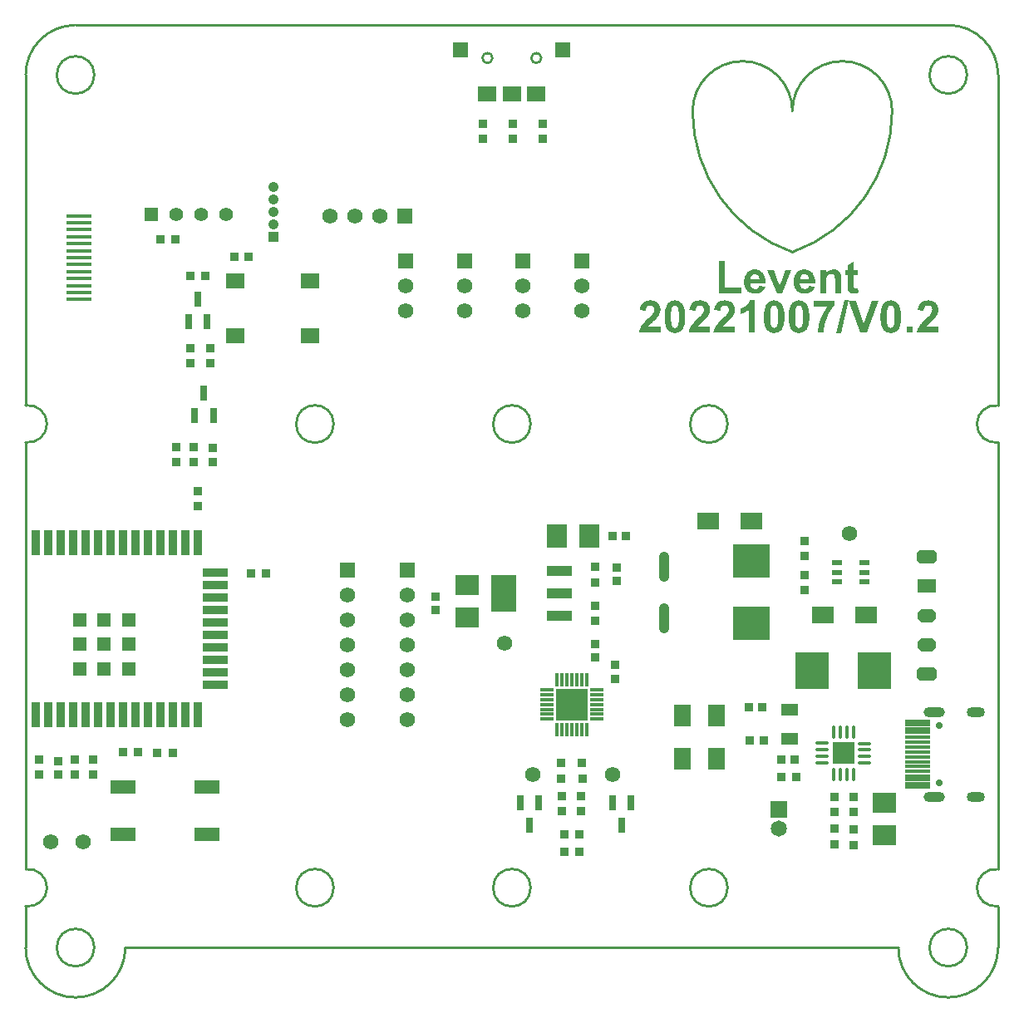
<source format=gts>
G04*
G04 #@! TF.GenerationSoftware,Altium Limited,Altium Designer,20.2.6 (244)*
G04*
G04 Layer_Color=8388736*
%FSLAX24Y24*%
%MOIN*%
G70*
G04*
G04 #@! TF.SameCoordinates,AAC5203C-1E5B-4ACD-AD40-D79658958D62*
G04*
G04*
G04 #@! TF.FilePolarity,Negative*
G04*
G01*
G75*
%ADD10C,0.0100*%
%ADD53R,0.0374X0.1020*%
%ADD54R,0.0544X0.0544*%
%ADD55R,0.1020X0.0374*%
%ADD56C,0.0620*%
%ADD57R,0.0975X0.0840*%
%ADD58R,0.0840X0.0975*%
%ADD59R,0.1516X0.1320*%
%ADD60R,0.1020X0.0520*%
%ADD61R,0.0360X0.0338*%
%ADD62R,0.0620X0.0620*%
%ADD63R,0.0770X0.0630*%
%ADD64R,0.1320X0.1516*%
%ADD65R,0.0880X0.0689*%
%ADD66R,0.0414X0.0237*%
%ADD67R,0.1020X0.0256*%
%ADD68R,0.1020X0.0138*%
%ADD69R,0.0335X0.0335*%
%ADD70O,0.0158X0.0520*%
%ADD71O,0.0520X0.0158*%
%ADD72R,0.0886X0.0886*%
%ADD73R,0.0338X0.0360*%
%ADD74R,0.0335X0.0374*%
%ADD75R,0.0689X0.0880*%
%ADD76R,0.0270X0.0620*%
%ADD77R,0.0374X0.0335*%
%ADD78O,0.0420X0.1220*%
%ADD79R,0.1012X0.1457*%
%ADD80R,0.1012X0.0426*%
%ADD81R,0.0720X0.0620*%
%ADD82R,0.1020X0.0180*%
%ADD83R,0.0335X0.0335*%
%ADD84O,0.0540X0.0150*%
%ADD85O,0.0150X0.0540*%
%ADD86R,0.1280X0.1280*%
%ADD87R,0.0690X0.0495*%
%ADD88R,0.0620X0.0620*%
G04:AMPARAMS|DCode=89|XSize=52mil|YSize=82mil|CornerRadius=0mil|HoleSize=0mil|Usage=FLASHONLY|Rotation=270.000|XOffset=0mil|YOffset=0mil|HoleType=Round|Shape=Octagon|*
%AMOCTAGOND89*
4,1,8,0.0410,0.0130,0.0410,-0.0130,0.0280,-0.0260,-0.0280,-0.0260,-0.0410,-0.0130,-0.0410,0.0130,-0.0280,0.0260,0.0280,0.0260,0.0410,0.0130,0.0*
%
%ADD89OCTAGOND89*%

%ADD90R,0.0720X0.0520*%
G04:AMPARAMS|DCode=91|XSize=52mil|YSize=72mil|CornerRadius=0mil|HoleSize=0mil|Usage=FLASHONLY|Rotation=270.000|XOffset=0mil|YOffset=0mil|HoleType=Round|Shape=Octagon|*
%AMOCTAGOND91*
4,1,8,0.0360,0.0130,0.0360,-0.0130,0.0230,-0.0260,-0.0230,-0.0260,-0.0360,-0.0130,-0.0360,0.0130,-0.0230,0.0260,0.0230,0.0260,0.0360,0.0130,0.0*
%
%ADD91OCTAGOND91*%

%ADD92O,0.0729X0.0414*%
%ADD93O,0.0847X0.0414*%
%ADD94C,0.0276*%
%ADD95R,0.0650X0.0650*%
%ADD96C,0.0650*%
%ADD97C,0.0550*%
%ADD98R,0.0550X0.0550*%
%ADD99C,0.0414*%
%ADD100R,0.0414X0.0414*%
G36*
X54925Y44701D02*
X54945Y44698D01*
X54968Y44695D01*
X54993Y44689D01*
X55019Y44681D01*
X55044Y44671D01*
X55045D01*
X55047Y44670D01*
X55055Y44666D01*
X55067Y44660D01*
X55081Y44651D01*
X55098Y44641D01*
X55115Y44627D01*
X55131Y44613D01*
X55145Y44596D01*
X55147Y44595D01*
X55151Y44588D01*
X55156Y44580D01*
X55165Y44567D01*
X55173Y44552D01*
X55180Y44534D01*
X55188Y44515D01*
X55194Y44494D01*
Y44491D01*
X55197Y44483D01*
X55198Y44470D01*
X55201Y44452D01*
X55204Y44429D01*
X55205Y44401D01*
X55208Y44367D01*
Y44329D01*
Y43753D01*
X54962D01*
Y44226D01*
Y44227D01*
Y44233D01*
Y44240D01*
Y44251D01*
Y44262D01*
X54961Y44276D01*
Y44306D01*
X54958Y44340D01*
X54955Y44372D01*
X54954Y44387D01*
X54951Y44399D01*
X54948Y44411D01*
X54945Y44420D01*
Y44422D01*
X54943Y44427D01*
X54938Y44435D01*
X54933Y44445D01*
X54926Y44456D01*
X54918Y44469D01*
X54906Y44480D01*
X54894Y44490D01*
X54893Y44491D01*
X54888Y44494D01*
X54880Y44498D01*
X54870Y44502D01*
X54858Y44506D01*
X54844Y44510D01*
X54829Y44513D01*
X54811Y44515D01*
X54800D01*
X54788Y44513D01*
X54772Y44510D01*
X54755Y44506D01*
X54736Y44499D01*
X54715Y44491D01*
X54696Y44479D01*
X54693Y44477D01*
X54687Y44472D01*
X54679Y44465D01*
X54668Y44454D01*
X54657Y44441D01*
X54646Y44424D01*
X54636Y44406D01*
X54627Y44386D01*
X54626Y44383D01*
Y44380D01*
X54625Y44374D01*
X54623Y44367D01*
X54622Y44359D01*
X54621Y44349D01*
X54619Y44338D01*
X54616Y44324D01*
X54615Y44309D01*
X54614Y44291D01*
X54612Y44272D01*
X54611Y44251D01*
Y44227D01*
X54609Y44201D01*
Y44173D01*
Y43753D01*
X54364D01*
Y44681D01*
X54591D01*
Y44544D01*
X54593Y44545D01*
X54597Y44551D01*
X54604Y44559D01*
X54614Y44569D01*
X54625Y44580D01*
X54640Y44594D01*
X54655Y44608D01*
X54675Y44623D01*
X54696Y44638D01*
X54719Y44652D01*
X54744Y44666D01*
X54770Y44677D01*
X54800Y44688D01*
X54830Y44695D01*
X54862Y44701D01*
X54895Y44702D01*
X54909D01*
X54925Y44701D01*
D02*
G37*
G36*
X52849Y43753D02*
X52629D01*
X52255Y44681D01*
X52514D01*
X52688Y44206D01*
X52738Y44048D01*
Y44050D01*
X52740Y44051D01*
X52741Y44058D01*
X52745Y44069D01*
X52750Y44082D01*
X52754Y44094D01*
X52758Y44108D01*
X52761Y44119D01*
X52763Y44127D01*
Y44129D01*
X52766Y44134D01*
X52768Y44143D01*
X52772Y44152D01*
X52776Y44165D01*
X52780Y44177D01*
X52790Y44206D01*
X52966Y44681D01*
X53219D01*
X52849Y43753D01*
D02*
G37*
G36*
X50555Y43969D02*
X51198D01*
Y43753D01*
X50297D01*
Y45023D01*
X50555D01*
Y43969D01*
D02*
G37*
G36*
X55716Y44681D02*
X55884D01*
Y44485D01*
X55716D01*
Y44111D01*
Y44109D01*
Y44105D01*
Y44100D01*
Y44093D01*
Y44084D01*
Y44073D01*
Y44051D01*
X55717Y44029D01*
Y44007D01*
X55718Y43997D01*
Y43989D01*
X55720Y43982D01*
Y43977D01*
Y43976D01*
X55721Y43975D01*
X55724Y43966D01*
X55731Y43957D01*
X55741Y43947D01*
X55742D01*
X55743Y43946D01*
X55748Y43944D01*
X55753Y43941D01*
X55766Y43937D01*
X55782Y43936D01*
X55789D01*
X55796Y43937D01*
X55807Y43939D01*
X55821Y43941D01*
X55839Y43946D01*
X55859Y43951D01*
X55881Y43958D01*
X55903Y43768D01*
X55902D01*
X55899Y43766D01*
X55895Y43765D01*
X55888Y43762D01*
X55879Y43760D01*
X55870Y43757D01*
X55859Y43753D01*
X55846Y43750D01*
X55818Y43743D01*
X55785Y43737D01*
X55748Y43733D01*
X55709Y43732D01*
X55698D01*
X55685Y43733D01*
X55668Y43735D01*
X55650Y43737D01*
X55631Y43741D01*
X55610Y43747D01*
X55589Y43754D01*
X55587Y43755D01*
X55581Y43758D01*
X55571Y43762D01*
X55560Y43769D01*
X55548Y43778D01*
X55534Y43787D01*
X55523Y43798D01*
X55512Y43811D01*
X55510Y43812D01*
X55507Y43818D01*
X55503Y43826D01*
X55498Y43836D01*
X55492Y43850D01*
X55487Y43866D01*
X55481Y43886D01*
X55477Y43907D01*
Y43909D01*
X55476Y43915D01*
Y43921D01*
X55474Y43927D01*
Y43936D01*
Y43944D01*
X55473Y43955D01*
Y43968D01*
X55471Y43982D01*
Y43998D01*
X55470Y44016D01*
Y44036D01*
Y44057D01*
Y44080D01*
Y44485D01*
X55358D01*
Y44681D01*
X55470D01*
Y44866D01*
X55716Y45010D01*
Y44681D01*
D02*
G37*
G36*
X53743Y44701D02*
X53759Y44699D01*
X53775Y44698D01*
X53796Y44695D01*
X53818Y44691D01*
X53842Y44685D01*
X53868Y44677D01*
X53895Y44669D01*
X53921Y44658D01*
X53949Y44644D01*
X53975Y44628D01*
X54002Y44610D01*
X54026Y44588D01*
X54050Y44565D01*
X54051Y44563D01*
X54056Y44558D01*
X54061Y44551D01*
X54068Y44540D01*
X54078Y44524D01*
X54088Y44506D01*
X54099Y44485D01*
X54110Y44462D01*
X54121Y44434D01*
X54131Y44402D01*
X54140Y44369D01*
X54149Y44331D01*
X54156Y44290D01*
X54161Y44245D01*
X54165Y44198D01*
Y44147D01*
X53550D01*
Y44145D01*
Y44143D01*
Y44136D01*
X53552Y44129D01*
X53553Y44119D01*
X53555Y44108D01*
X53559Y44084D01*
X53566Y44057D01*
X53575Y44027D01*
X53589Y44000D01*
X53609Y43975D01*
X53610D01*
X53611Y43972D01*
X53618Y43965D01*
X53631Y43955D01*
X53648Y43946D01*
X53668Y43934D01*
X53693Y43925D01*
X53721Y43918D01*
X53736Y43916D01*
X53752Y43915D01*
X53761D01*
X53771Y43916D01*
X53785Y43919D01*
X53800Y43922D01*
X53816Y43927D01*
X53832Y43936D01*
X53847Y43946D01*
X53849Y43947D01*
X53854Y43951D01*
X53861Y43959D01*
X53870Y43970D01*
X53881Y43984D01*
X53890Y44002D01*
X53900Y44023D01*
X53909Y44048D01*
X54153Y44007D01*
Y44005D01*
X54150Y44001D01*
X54147Y43994D01*
X54144Y43984D01*
X54139Y43973D01*
X54132Y43961D01*
X54125Y43946D01*
X54117Y43930D01*
X54096Y43897D01*
X54070Y43864D01*
X54039Y43830D01*
X54021Y43815D01*
X54003Y43801D01*
X54002Y43800D01*
X53999Y43798D01*
X53993Y43794D01*
X53985Y43790D01*
X53975Y43785D01*
X53963Y43779D01*
X53949Y43773D01*
X53933Y43766D01*
X53915Y43760D01*
X53896Y43754D01*
X53875Y43748D01*
X53853Y43743D01*
X53829Y43739D01*
X53803Y43735D01*
X53777Y43733D01*
X53749Y43732D01*
X53738D01*
X53725Y43733D01*
X53709Y43735D01*
X53689Y43736D01*
X53666Y43740D01*
X53641Y43744D01*
X53613Y43751D01*
X53584Y43760D01*
X53555Y43771D01*
X53525Y43783D01*
X53495Y43798D01*
X53467Y43816D01*
X53439Y43837D01*
X53414Y43861D01*
X53391Y43889D01*
X53389Y43890D01*
X53387Y43894D01*
X53382Y43901D01*
X53377Y43912D01*
X53370Y43925D01*
X53362Y43939D01*
X53353Y43957D01*
X53345Y43976D01*
X53337Y43998D01*
X53328Y44023D01*
X53320Y44050D01*
X53313Y44077D01*
X53308Y44108D01*
X53303Y44140D01*
X53301Y44175D01*
X53299Y44209D01*
Y44212D01*
Y44219D01*
X53301Y44231D01*
Y44247D01*
X53303Y44266D01*
X53306Y44290D01*
X53309Y44313D01*
X53314Y44341D01*
X53320Y44369D01*
X53328Y44398D01*
X53338Y44429D01*
X53349Y44459D01*
X53363Y44488D01*
X53380Y44517D01*
X53398Y44545D01*
X53419Y44570D01*
X53420Y44572D01*
X53424Y44576D01*
X53431Y44583D01*
X53441Y44591D01*
X53452Y44601D01*
X53467Y44612D01*
X53484Y44624D01*
X53502Y44637D01*
X53523Y44648D01*
X53546Y44660D01*
X53571Y44671D01*
X53599Y44681D01*
X53627Y44689D01*
X53657Y44696D01*
X53691Y44701D01*
X53724Y44702D01*
X53734D01*
X53743Y44701D01*
D02*
G37*
G36*
X51753D02*
X51768Y44699D01*
X51785Y44698D01*
X51806Y44695D01*
X51828Y44691D01*
X51851Y44685D01*
X51878Y44677D01*
X51904Y44669D01*
X51931Y44658D01*
X51958Y44644D01*
X51985Y44628D01*
X52011Y44610D01*
X52036Y44588D01*
X52060Y44565D01*
X52061Y44563D01*
X52065Y44558D01*
X52071Y44551D01*
X52078Y44540D01*
X52087Y44524D01*
X52097Y44506D01*
X52108Y44485D01*
X52119Y44462D01*
X52130Y44434D01*
X52140Y44402D01*
X52150Y44369D01*
X52158Y44331D01*
X52165Y44290D01*
X52171Y44245D01*
X52175Y44198D01*
Y44147D01*
X51560D01*
Y44145D01*
Y44143D01*
Y44136D01*
X51561Y44129D01*
X51563Y44119D01*
X51564Y44108D01*
X51568Y44084D01*
X51575Y44057D01*
X51585Y44027D01*
X51599Y44000D01*
X51618Y43975D01*
X51620D01*
X51621Y43972D01*
X51628Y43965D01*
X51641Y43955D01*
X51657Y43946D01*
X51678Y43934D01*
X51703Y43925D01*
X51731Y43918D01*
X51746Y43916D01*
X51761Y43915D01*
X51771D01*
X51781Y43916D01*
X51795Y43919D01*
X51810Y43922D01*
X51825Y43927D01*
X51842Y43936D01*
X51857Y43946D01*
X51858Y43947D01*
X51864Y43951D01*
X51871Y43959D01*
X51879Y43970D01*
X51890Y43984D01*
X51900Y44002D01*
X51910Y44023D01*
X51918Y44048D01*
X52162Y44007D01*
Y44005D01*
X52160Y44001D01*
X52157Y43994D01*
X52154Y43984D01*
X52149Y43973D01*
X52142Y43961D01*
X52135Y43946D01*
X52126Y43930D01*
X52105Y43897D01*
X52079Y43864D01*
X52049Y43830D01*
X52031Y43815D01*
X52013Y43801D01*
X52011Y43800D01*
X52008Y43798D01*
X52003Y43794D01*
X51994Y43790D01*
X51985Y43785D01*
X51972Y43779D01*
X51958Y43773D01*
X51943Y43766D01*
X51925Y43760D01*
X51906Y43754D01*
X51885Y43748D01*
X51863Y43743D01*
X51839Y43739D01*
X51813Y43735D01*
X51786Y43733D01*
X51758Y43732D01*
X51747D01*
X51735Y43733D01*
X51718Y43735D01*
X51699Y43736D01*
X51675Y43740D01*
X51650Y43744D01*
X51622Y43751D01*
X51593Y43760D01*
X51564Y43771D01*
X51535Y43783D01*
X51504Y43798D01*
X51477Y43816D01*
X51449Y43837D01*
X51424Y43861D01*
X51400Y43889D01*
X51399Y43890D01*
X51396Y43894D01*
X51392Y43901D01*
X51387Y43912D01*
X51380Y43925D01*
X51371Y43939D01*
X51363Y43957D01*
X51355Y43976D01*
X51346Y43998D01*
X51338Y44023D01*
X51330Y44050D01*
X51323Y44077D01*
X51317Y44108D01*
X51313Y44140D01*
X51310Y44175D01*
X51309Y44209D01*
Y44212D01*
Y44219D01*
X51310Y44231D01*
Y44247D01*
X51313Y44266D01*
X51316Y44290D01*
X51318Y44313D01*
X51324Y44341D01*
X51330Y44369D01*
X51338Y44398D01*
X51348Y44429D01*
X51359Y44459D01*
X51373Y44488D01*
X51389Y44517D01*
X51407Y44545D01*
X51428Y44570D01*
X51430Y44572D01*
X51434Y44576D01*
X51441Y44583D01*
X51450Y44591D01*
X51461Y44601D01*
X51477Y44612D01*
X51493Y44624D01*
X51511Y44637D01*
X51532Y44648D01*
X51556Y44660D01*
X51581Y44671D01*
X51609Y44681D01*
X51636Y44689D01*
X51667Y44696D01*
X51700Y44701D01*
X51734Y44702D01*
X51743D01*
X51753Y44701D01*
D02*
G37*
G36*
X56246Y42174D02*
X55968D01*
X55512Y43455D01*
X55791Y43455D01*
X56115Y42507D01*
X56429Y43455D01*
X56704D01*
X56246Y42174D01*
D02*
G37*
G36*
X58728Y43457D02*
X58743Y43456D01*
X58761Y43453D01*
X58782Y43451D01*
X58804Y43446D01*
X58828Y43441D01*
X58851Y43434D01*
X58876Y43426D01*
X58901Y43416D01*
X58925Y43403D01*
X58948Y43389D01*
X58972Y43374D01*
X58993Y43356D01*
X58994Y43355D01*
X58997Y43352D01*
X59002Y43345D01*
X59009Y43338D01*
X59018Y43328D01*
X59027Y43316D01*
X59037Y43302D01*
X59048Y43285D01*
X59058Y43269D01*
X59068Y43249D01*
X59077Y43228D01*
X59086Y43206D01*
X59093Y43181D01*
X59098Y43156D01*
X59101Y43130D01*
X59102Y43102D01*
Y43101D01*
Y43098D01*
Y43094D01*
Y43087D01*
X59101Y43080D01*
Y43070D01*
X59098Y43049D01*
X59094Y43023D01*
X59089Y42995D01*
X59082Y42966D01*
X59070Y42937D01*
Y42936D01*
X59069Y42934D01*
X59068Y42929D01*
X59065Y42923D01*
X59061Y42916D01*
X59057Y42908D01*
X59047Y42887D01*
X59033Y42863D01*
X59016Y42836D01*
X58996Y42805D01*
X58972Y42773D01*
X58969Y42770D01*
X58964Y42762D01*
X58951Y42750D01*
X58936Y42732D01*
X58925Y42720D01*
X58914Y42708D01*
X58900Y42695D01*
X58886Y42680D01*
X58869Y42665D01*
X58851Y42647D01*
X58832Y42629D01*
X58811Y42609D01*
X58810Y42608D01*
X58805Y42605D01*
X58800Y42600D01*
X58793Y42593D01*
X58783Y42584D01*
X58772Y42575D01*
X58748Y42553D01*
X58723Y42529D01*
X58700Y42505D01*
X58689Y42494D01*
X58679Y42485D01*
X58671Y42475D01*
X58664Y42468D01*
X58662Y42466D01*
X58658Y42462D01*
X58653Y42455D01*
X58646Y42447D01*
X58639Y42436D01*
X58630Y42425D01*
X58614Y42401D01*
X59102D01*
Y42174D01*
X58242D01*
Y42175D01*
X58243Y42179D01*
Y42186D01*
X58245Y42196D01*
X58247Y42207D01*
X58250Y42221D01*
X58253Y42236D01*
X58257Y42253D01*
X58268Y42290D01*
X58283Y42332D01*
X58302Y42375D01*
X58325Y42418D01*
X58327Y42419D01*
X58328Y42423D01*
X58333Y42430D01*
X58339Y42439D01*
X58347Y42450D01*
X58358Y42465D01*
X58371Y42480D01*
X58386Y42500D01*
X58403Y42521D01*
X58424Y42543D01*
X58446Y42569D01*
X58471Y42596D01*
X58499Y42625D01*
X58531Y42657D01*
X58564Y42690D01*
X58601Y42725D01*
X58603Y42726D01*
X58608Y42732D01*
X58617Y42740D01*
X58628Y42750D01*
X58642Y42762D01*
X58655Y42776D01*
X58672Y42793D01*
X58689Y42809D01*
X58725Y42844D01*
X58758Y42879D01*
X58772Y42894D01*
X58786Y42909D01*
X58797Y42923D01*
X58805Y42934D01*
Y42936D01*
X58808Y42937D01*
X58810Y42941D01*
X58814Y42947D01*
X58822Y42962D01*
X58832Y42981D01*
X58840Y43004D01*
X58848Y43029D01*
X58854Y43056D01*
X58857Y43084D01*
Y43086D01*
Y43088D01*
Y43092D01*
Y43098D01*
X58854Y43112D01*
X58851Y43131D01*
X58846Y43151D01*
X58839Y43172D01*
X58828Y43192D01*
X58812Y43210D01*
X58811Y43212D01*
X58804Y43217D01*
X58794Y43224D01*
X58780Y43233D01*
X58762Y43241D01*
X58742Y43248D01*
X58718Y43253D01*
X58690Y43255D01*
X58678D01*
X58664Y43252D01*
X58646Y43249D01*
X58626Y43244D01*
X58605Y43235D01*
X58585Y43223D01*
X58567Y43208D01*
X58565Y43205D01*
X58560Y43199D01*
X58553Y43188D01*
X58543Y43172D01*
X58535Y43151D01*
X58526Y43124D01*
X58519Y43092D01*
X58517Y43074D01*
X58515Y43055D01*
X58271Y43079D01*
Y43081D01*
X58272Y43087D01*
X58274Y43098D01*
X58277Y43112D01*
X58279Y43129D01*
X58283Y43148D01*
X58289Y43169D01*
X58296Y43191D01*
X58304Y43215D01*
X58314Y43238D01*
X58325Y43263D01*
X58338Y43287D01*
X58351Y43310D01*
X58368Y43333D01*
X58386Y43352D01*
X58407Y43370D01*
X58408Y43371D01*
X58413Y43374D01*
X58420Y43378D01*
X58428Y43384D01*
X58439Y43391D01*
X58453Y43398D01*
X58468Y43406D01*
X58486Y43414D01*
X58507Y43423D01*
X58528Y43431D01*
X58551Y43438D01*
X58578Y43445D01*
X58604Y43451D01*
X58633Y43455D01*
X58664Y43457D01*
X58696Y43459D01*
X58714D01*
X58728Y43457D01*
D02*
G37*
G36*
X58074Y42174D02*
X57828D01*
Y42419D01*
X58074D01*
Y42174D01*
D02*
G37*
G36*
X54936Y43260D02*
X54934Y43259D01*
X54931Y43256D01*
X54926Y43249D01*
X54918Y43241D01*
X54908Y43231D01*
X54897Y43217D01*
X54884Y43202D01*
X54870Y43185D01*
X54855Y43166D01*
X54838Y43144D01*
X54820Y43119D01*
X54802Y43092D01*
X54783Y43065D01*
X54764Y43034D01*
X54744Y43001D01*
X54723Y42966D01*
X54722Y42963D01*
X54719Y42958D01*
X54714Y42947D01*
X54705Y42933D01*
X54697Y42915D01*
X54687Y42894D01*
X54675Y42870D01*
X54662Y42844D01*
X54650Y42813D01*
X54636Y42783D01*
X54623Y42748D01*
X54609Y42714D01*
X54596Y42676D01*
X54583Y42637D01*
X54559Y42558D01*
Y42555D01*
X54557Y42548D01*
X54554Y42537D01*
X54551Y42522D01*
X54547Y42503D01*
X54541Y42482D01*
X54537Y42457D01*
X54532Y42429D01*
X54526Y42400D01*
X54522Y42369D01*
X54514Y42305D01*
X54507Y42239D01*
X54505Y42174D01*
X54268D01*
Y42175D01*
Y42176D01*
Y42181D01*
Y42186D01*
X54269Y42200D01*
X54271Y42219D01*
X54272Y42243D01*
X54275Y42272D01*
X54279Y42304D01*
X54283Y42340D01*
X54290Y42380D01*
X54297Y42422D01*
X54305Y42466D01*
X54317Y42514D01*
X54328Y42562D01*
X54342Y42612D01*
X54358Y42664D01*
X54376Y42715D01*
Y42716D01*
X54378Y42718D01*
X54379Y42722D01*
X54380Y42727D01*
X54387Y42743D01*
X54396Y42762D01*
X54405Y42786D01*
X54418Y42815D01*
X54433Y42847D01*
X54450Y42881D01*
X54469Y42919D01*
X54490Y42958D01*
X54512Y42999D01*
X54537Y43041D01*
X54564Y43084D01*
X54593Y43127D01*
X54622Y43169D01*
X54654Y43210D01*
X54096D01*
Y43438D01*
X54936D01*
Y43260D01*
D02*
G37*
G36*
X51738Y42174D02*
X51492D01*
Y43097D01*
X51491Y43095D01*
X51486Y43091D01*
X51478Y43084D01*
X51468Y43076D01*
X51456Y43066D01*
X51439Y43054D01*
X51423Y43040D01*
X51402Y43026D01*
X51380Y43011D01*
X51356Y42995D01*
X51330Y42980D01*
X51302Y42965D01*
X51273Y42949D01*
X51241Y42936D01*
X51209Y42923D01*
X51176Y42911D01*
Y43134D01*
X51177D01*
X51180Y43135D01*
X51185Y43137D01*
X51192Y43140D01*
X51202Y43144D01*
X51212Y43148D01*
X51224Y43154D01*
X51238Y43160D01*
X51269Y43176D01*
X51303Y43197D01*
X51342Y43222D01*
X51384Y43252D01*
X51385Y43253D01*
X51389Y43256D01*
X51395Y43260D01*
X51402Y43267D01*
X51411Y43276D01*
X51421Y43287D01*
X51432Y43298D01*
X51445Y43312D01*
X51471Y43342D01*
X51496Y43377D01*
X51520Y43416D01*
X51529Y43437D01*
X51538Y43459D01*
X51738D01*
Y42174D01*
D02*
G37*
G36*
X50569Y43457D02*
X50584Y43456D01*
X50602Y43453D01*
X50623Y43451D01*
X50645Y43446D01*
X50669Y43441D01*
X50693Y43434D01*
X50718Y43426D01*
X50742Y43416D01*
X50766Y43403D01*
X50790Y43389D01*
X50813Y43374D01*
X50834Y43356D01*
X50835Y43355D01*
X50838Y43352D01*
X50844Y43345D01*
X50851Y43338D01*
X50859Y43328D01*
X50869Y43316D01*
X50879Y43302D01*
X50890Y43285D01*
X50899Y43269D01*
X50909Y43249D01*
X50919Y43228D01*
X50927Y43206D01*
X50934Y43181D01*
X50940Y43156D01*
X50942Y43130D01*
X50944Y43102D01*
Y43101D01*
Y43098D01*
Y43094D01*
Y43087D01*
X50942Y43080D01*
Y43070D01*
X50940Y43049D01*
X50935Y43023D01*
X50930Y42995D01*
X50923Y42966D01*
X50912Y42937D01*
Y42936D01*
X50910Y42934D01*
X50909Y42929D01*
X50906Y42923D01*
X50902Y42916D01*
X50898Y42908D01*
X50888Y42887D01*
X50874Y42863D01*
X50858Y42836D01*
X50837Y42805D01*
X50813Y42773D01*
X50810Y42770D01*
X50805Y42762D01*
X50792Y42750D01*
X50777Y42732D01*
X50766Y42720D01*
X50755Y42708D01*
X50741Y42695D01*
X50727Y42680D01*
X50711Y42665D01*
X50693Y42647D01*
X50673Y42629D01*
X50652Y42609D01*
X50651Y42608D01*
X50647Y42605D01*
X50641Y42600D01*
X50634Y42593D01*
X50624Y42584D01*
X50613Y42575D01*
X50590Y42553D01*
X50565Y42529D01*
X50541Y42505D01*
X50530Y42494D01*
X50520Y42485D01*
X50512Y42475D01*
X50505Y42468D01*
X50504Y42466D01*
X50500Y42462D01*
X50494Y42455D01*
X50487Y42447D01*
X50480Y42436D01*
X50472Y42425D01*
X50455Y42401D01*
X50944D01*
Y42174D01*
X50083D01*
Y42175D01*
X50085Y42179D01*
Y42186D01*
X50086Y42196D01*
X50089Y42207D01*
X50092Y42221D01*
X50094Y42236D01*
X50098Y42253D01*
X50110Y42290D01*
X50125Y42332D01*
X50143Y42375D01*
X50166Y42418D01*
X50168Y42419D01*
X50169Y42423D01*
X50175Y42430D01*
X50180Y42439D01*
X50189Y42450D01*
X50200Y42465D01*
X50212Y42480D01*
X50228Y42500D01*
X50244Y42521D01*
X50265Y42543D01*
X50287Y42569D01*
X50312Y42596D01*
X50340Y42625D01*
X50372Y42657D01*
X50405Y42690D01*
X50443Y42725D01*
X50444Y42726D01*
X50450Y42732D01*
X50458Y42740D01*
X50469Y42750D01*
X50483Y42762D01*
X50497Y42776D01*
X50513Y42793D01*
X50530Y42809D01*
X50566Y42844D01*
X50600Y42879D01*
X50613Y42894D01*
X50627Y42909D01*
X50638Y42923D01*
X50647Y42934D01*
Y42936D01*
X50649Y42937D01*
X50651Y42941D01*
X50655Y42947D01*
X50663Y42962D01*
X50673Y42981D01*
X50681Y43004D01*
X50690Y43029D01*
X50695Y43056D01*
X50698Y43084D01*
Y43086D01*
Y43088D01*
Y43092D01*
Y43098D01*
X50695Y43112D01*
X50693Y43131D01*
X50687Y43151D01*
X50680Y43172D01*
X50669Y43192D01*
X50654Y43210D01*
X50652Y43212D01*
X50645Y43217D01*
X50636Y43224D01*
X50622Y43233D01*
X50604Y43241D01*
X50583Y43248D01*
X50559Y43253D01*
X50532Y43255D01*
X50519D01*
X50505Y43252D01*
X50487Y43249D01*
X50468Y43244D01*
X50447Y43235D01*
X50426Y43223D01*
X50408Y43208D01*
X50407Y43205D01*
X50401Y43199D01*
X50394Y43188D01*
X50384Y43172D01*
X50376Y43151D01*
X50368Y43124D01*
X50361Y43092D01*
X50358Y43074D01*
X50357Y43055D01*
X50112Y43079D01*
Y43081D01*
X50114Y43087D01*
X50115Y43098D01*
X50118Y43112D01*
X50121Y43129D01*
X50125Y43148D01*
X50130Y43169D01*
X50137Y43191D01*
X50146Y43215D01*
X50155Y43238D01*
X50166Y43263D01*
X50179Y43287D01*
X50193Y43310D01*
X50209Y43333D01*
X50228Y43352D01*
X50248Y43370D01*
X50250Y43371D01*
X50254Y43374D01*
X50261Y43378D01*
X50269Y43384D01*
X50280Y43391D01*
X50294Y43398D01*
X50309Y43406D01*
X50327Y43414D01*
X50348Y43423D01*
X50369Y43431D01*
X50393Y43438D01*
X50419Y43445D01*
X50445Y43451D01*
X50475Y43455D01*
X50505Y43457D01*
X50537Y43459D01*
X50555D01*
X50569Y43457D01*
D02*
G37*
G36*
X49574Y43457D02*
X49589Y43456D01*
X49607Y43453D01*
X49628Y43451D01*
X49650Y43446D01*
X49674Y43441D01*
X49697Y43434D01*
X49722Y43426D01*
X49747Y43416D01*
X49771Y43403D01*
X49794Y43389D01*
X49818Y43374D01*
X49839Y43356D01*
X49840Y43355D01*
X49843Y43352D01*
X49849Y43345D01*
X49856Y43338D01*
X49864Y43328D01*
X49874Y43316D01*
X49883Y43302D01*
X49894Y43285D01*
X49904Y43269D01*
X49914Y43249D01*
X49924Y43228D01*
X49932Y43206D01*
X49939Y43181D01*
X49944Y43156D01*
X49947Y43130D01*
X49949Y43102D01*
Y43101D01*
Y43098D01*
Y43094D01*
Y43087D01*
X49947Y43080D01*
Y43070D01*
X49944Y43049D01*
X49940Y43023D01*
X49935Y42995D01*
X49928Y42966D01*
X49917Y42937D01*
Y42936D01*
X49915Y42934D01*
X49914Y42929D01*
X49911Y42923D01*
X49907Y42916D01*
X49903Y42908D01*
X49893Y42887D01*
X49879Y42863D01*
X49862Y42836D01*
X49842Y42805D01*
X49818Y42773D01*
X49815Y42770D01*
X49810Y42762D01*
X49797Y42750D01*
X49782Y42732D01*
X49771Y42720D01*
X49760Y42708D01*
X49746Y42695D01*
X49732Y42680D01*
X49715Y42665D01*
X49697Y42647D01*
X49678Y42629D01*
X49657Y42609D01*
X49656Y42608D01*
X49652Y42605D01*
X49646Y42600D01*
X49639Y42593D01*
X49629Y42584D01*
X49618Y42575D01*
X49595Y42553D01*
X49570Y42529D01*
X49546Y42505D01*
X49535Y42494D01*
X49525Y42485D01*
X49517Y42475D01*
X49510Y42468D01*
X49509Y42466D01*
X49504Y42462D01*
X49499Y42455D01*
X49492Y42447D01*
X49485Y42436D01*
X49477Y42425D01*
X49460Y42401D01*
X49949D01*
Y42174D01*
X49088D01*
Y42175D01*
X49089Y42179D01*
Y42186D01*
X49091Y42196D01*
X49094Y42207D01*
X49096Y42221D01*
X49099Y42236D01*
X49103Y42253D01*
X49114Y42290D01*
X49130Y42332D01*
X49148Y42375D01*
X49171Y42418D01*
X49173Y42419D01*
X49174Y42423D01*
X49180Y42430D01*
X49185Y42439D01*
X49193Y42450D01*
X49205Y42465D01*
X49217Y42480D01*
X49232Y42500D01*
X49249Y42521D01*
X49270Y42543D01*
X49292Y42569D01*
X49317Y42596D01*
X49345Y42625D01*
X49377Y42657D01*
X49410Y42690D01*
X49447Y42725D01*
X49449Y42726D01*
X49454Y42732D01*
X49463Y42740D01*
X49474Y42750D01*
X49488Y42762D01*
X49502Y42776D01*
X49518Y42793D01*
X49535Y42809D01*
X49571Y42844D01*
X49604Y42879D01*
X49618Y42894D01*
X49632Y42909D01*
X49643Y42923D01*
X49652Y42934D01*
Y42936D01*
X49654Y42937D01*
X49656Y42941D01*
X49660Y42947D01*
X49668Y42962D01*
X49678Y42981D01*
X49686Y43004D01*
X49695Y43029D01*
X49700Y43056D01*
X49703Y43084D01*
Y43086D01*
Y43088D01*
Y43092D01*
Y43098D01*
X49700Y43112D01*
X49697Y43131D01*
X49692Y43151D01*
X49685Y43172D01*
X49674Y43192D01*
X49658Y43210D01*
X49657Y43212D01*
X49650Y43217D01*
X49640Y43224D01*
X49627Y43233D01*
X49608Y43241D01*
X49588Y43248D01*
X49564Y43253D01*
X49536Y43255D01*
X49524D01*
X49510Y43252D01*
X49492Y43249D01*
X49472Y43244D01*
X49452Y43235D01*
X49431Y43223D01*
X49413Y43208D01*
X49411Y43205D01*
X49406Y43199D01*
X49399Y43188D01*
X49389Y43172D01*
X49381Y43151D01*
X49373Y43124D01*
X49366Y43092D01*
X49363Y43074D01*
X49361Y43055D01*
X49117Y43079D01*
Y43081D01*
X49119Y43087D01*
X49120Y43098D01*
X49123Y43112D01*
X49125Y43129D01*
X49130Y43148D01*
X49135Y43169D01*
X49142Y43191D01*
X49150Y43215D01*
X49160Y43238D01*
X49171Y43263D01*
X49184Y43287D01*
X49198Y43310D01*
X49214Y43333D01*
X49232Y43352D01*
X49253Y43370D01*
X49255Y43371D01*
X49259Y43374D01*
X49266Y43378D01*
X49274Y43384D01*
X49285Y43391D01*
X49299Y43398D01*
X49314Y43406D01*
X49332Y43414D01*
X49353Y43423D01*
X49374Y43431D01*
X49398Y43438D01*
X49424Y43445D01*
X49450Y43451D01*
X49479Y43455D01*
X49510Y43457D01*
X49542Y43459D01*
X49560D01*
X49574Y43457D01*
D02*
G37*
G36*
X47583D02*
X47599Y43456D01*
X47617Y43453D01*
X47638Y43451D01*
X47660Y43446D01*
X47683Y43441D01*
X47707Y43434D01*
X47732Y43426D01*
X47757Y43416D01*
X47780Y43403D01*
X47804Y43389D01*
X47828Y43374D01*
X47849Y43356D01*
X47850Y43355D01*
X47853Y43352D01*
X47858Y43345D01*
X47865Y43338D01*
X47873Y43328D01*
X47883Y43316D01*
X47893Y43302D01*
X47904Y43285D01*
X47914Y43269D01*
X47923Y43249D01*
X47933Y43228D01*
X47941Y43206D01*
X47948Y43181D01*
X47954Y43156D01*
X47957Y43130D01*
X47958Y43102D01*
Y43101D01*
Y43098D01*
Y43094D01*
Y43087D01*
X47957Y43080D01*
Y43070D01*
X47954Y43049D01*
X47950Y43023D01*
X47944Y42995D01*
X47937Y42966D01*
X47926Y42937D01*
Y42936D01*
X47925Y42934D01*
X47923Y42929D01*
X47921Y42923D01*
X47917Y42916D01*
X47912Y42908D01*
X47903Y42887D01*
X47889Y42863D01*
X47872Y42836D01*
X47851Y42805D01*
X47828Y42773D01*
X47825Y42770D01*
X47819Y42762D01*
X47807Y42750D01*
X47792Y42732D01*
X47780Y42720D01*
X47769Y42708D01*
X47756Y42695D01*
X47742Y42680D01*
X47725Y42665D01*
X47707Y42647D01*
X47687Y42629D01*
X47667Y42609D01*
X47665Y42608D01*
X47661Y42605D01*
X47656Y42600D01*
X47649Y42593D01*
X47639Y42584D01*
X47628Y42575D01*
X47604Y42553D01*
X47579Y42529D01*
X47556Y42505D01*
X47545Y42494D01*
X47535Y42485D01*
X47526Y42475D01*
X47520Y42468D01*
X47518Y42466D01*
X47514Y42462D01*
X47508Y42455D01*
X47502Y42447D01*
X47495Y42436D01*
X47486Y42425D01*
X47470Y42401D01*
X47958D01*
Y42174D01*
X47098D01*
Y42175D01*
X47099Y42179D01*
Y42186D01*
X47100Y42196D01*
X47103Y42207D01*
X47106Y42221D01*
X47109Y42236D01*
X47113Y42253D01*
X47124Y42290D01*
X47139Y42332D01*
X47157Y42375D01*
X47181Y42418D01*
X47182Y42419D01*
X47184Y42423D01*
X47189Y42430D01*
X47195Y42439D01*
X47203Y42450D01*
X47214Y42465D01*
X47227Y42480D01*
X47242Y42500D01*
X47259Y42521D01*
X47279Y42543D01*
X47302Y42569D01*
X47327Y42596D01*
X47354Y42625D01*
X47386Y42657D01*
X47420Y42690D01*
X47457Y42725D01*
X47458Y42726D01*
X47464Y42732D01*
X47472Y42740D01*
X47483Y42750D01*
X47497Y42762D01*
X47511Y42776D01*
X47528Y42793D01*
X47545Y42809D01*
X47581Y42844D01*
X47614Y42879D01*
X47628Y42894D01*
X47642Y42909D01*
X47653Y42923D01*
X47661Y42934D01*
Y42936D01*
X47664Y42937D01*
X47665Y42941D01*
X47669Y42947D01*
X47678Y42962D01*
X47687Y42981D01*
X47696Y43004D01*
X47704Y43029D01*
X47710Y43056D01*
X47712Y43084D01*
Y43086D01*
Y43088D01*
Y43092D01*
Y43098D01*
X47710Y43112D01*
X47707Y43131D01*
X47701Y43151D01*
X47694Y43172D01*
X47683Y43192D01*
X47668Y43210D01*
X47667Y43212D01*
X47660Y43217D01*
X47650Y43224D01*
X47636Y43233D01*
X47618Y43241D01*
X47597Y43248D01*
X47574Y43253D01*
X47546Y43255D01*
X47533D01*
X47520Y43252D01*
X47502Y43249D01*
X47482Y43244D01*
X47461Y43235D01*
X47440Y43223D01*
X47422Y43208D01*
X47421Y43205D01*
X47415Y43199D01*
X47409Y43188D01*
X47399Y43172D01*
X47390Y43151D01*
X47382Y43124D01*
X47375Y43092D01*
X47372Y43074D01*
X47371Y43055D01*
X47127Y43079D01*
Y43081D01*
X47128Y43087D01*
X47130Y43098D01*
X47132Y43112D01*
X47135Y43129D01*
X47139Y43148D01*
X47145Y43169D01*
X47152Y43191D01*
X47160Y43215D01*
X47170Y43238D01*
X47181Y43263D01*
X47193Y43287D01*
X47207Y43310D01*
X47224Y43333D01*
X47242Y43352D01*
X47263Y43370D01*
X47264Y43371D01*
X47268Y43374D01*
X47275Y43378D01*
X47284Y43384D01*
X47295Y43391D01*
X47309Y43398D01*
X47324Y43406D01*
X47342Y43414D01*
X47363Y43423D01*
X47384Y43431D01*
X47407Y43438D01*
X47433Y43445D01*
X47460Y43451D01*
X47489Y43455D01*
X47520Y43457D01*
X47551Y43459D01*
X47570D01*
X47583Y43457D01*
D02*
G37*
G36*
X55192Y42151D02*
X55012D01*
X55328Y43476D01*
X55513D01*
X55192Y42151D01*
D02*
G37*
G36*
X57213Y43457D02*
X57226D01*
X57241Y43455D01*
X57259Y43452D01*
X57280Y43448D01*
X57302Y43442D01*
X57324Y43435D01*
X57348Y43427D01*
X57373Y43416D01*
X57397Y43403D01*
X57420Y43388D01*
X57444Y43370D01*
X57466Y43349D01*
X57487Y43326D01*
X57488Y43324D01*
X57492Y43319D01*
X57498Y43309D01*
X57506Y43295D01*
X57516Y43278D01*
X57527Y43256D01*
X57538Y43231D01*
X57549Y43201D01*
X57560Y43167D01*
X57573Y43129D01*
X57583Y43086D01*
X57592Y43038D01*
X57601Y42987D01*
X57606Y42930D01*
X57610Y42869D01*
X57612Y42804D01*
Y42802D01*
Y42800D01*
Y42794D01*
Y42788D01*
Y42779D01*
X57610Y42769D01*
Y42758D01*
Y42744D01*
X57608Y42715D01*
X57605Y42680D01*
X57601Y42643D01*
X57596Y42602D01*
X57589Y42559D01*
X57581Y42516D01*
X57570Y42472D01*
X57559Y42429D01*
X57544Y42389D01*
X57527Y42348D01*
X57508Y42312D01*
X57485Y42280D01*
X57484Y42279D01*
X57481Y42275D01*
X57474Y42268D01*
X57466Y42260D01*
X57456Y42250D01*
X57442Y42239D01*
X57427Y42228D01*
X57410Y42215D01*
X57391Y42203D01*
X57369Y42192D01*
X57345Y42181D01*
X57319Y42171D01*
X57291Y42162D01*
X57261Y42156D01*
X57229Y42151D01*
X57195Y42150D01*
X57187D01*
X57177Y42151D01*
X57165Y42153D01*
X57148Y42154D01*
X57130Y42157D01*
X57109Y42162D01*
X57087Y42168D01*
X57063Y42175D01*
X57040Y42185D01*
X57015Y42197D01*
X56990Y42210D01*
X56965Y42226D01*
X56940Y42246D01*
X56916Y42268D01*
X56894Y42293D01*
X56893Y42294D01*
X56890Y42300D01*
X56883Y42308D01*
X56876Y42321D01*
X56868Y42337D01*
X56858Y42358D01*
X56848Y42383D01*
X56837Y42411D01*
X56826Y42444D01*
X56816Y42482D01*
X56807Y42523D01*
X56798Y42571D01*
X56791Y42622D01*
X56786Y42679D01*
X56782Y42740D01*
X56780Y42807D01*
Y42808D01*
Y42811D01*
Y42816D01*
Y42822D01*
Y42832D01*
X56782Y42841D01*
Y42852D01*
Y42865D01*
X56784Y42895D01*
X56787Y42929D01*
X56791Y42966D01*
X56796Y43006D01*
X56802Y43049D01*
X56811Y43092D01*
X56821Y43135D01*
X56833Y43179D01*
X56847Y43220D01*
X56864Y43259D01*
X56883Y43295D01*
X56905Y43327D01*
X56907Y43328D01*
X56911Y43333D01*
X56916Y43340D01*
X56925Y43348D01*
X56936Y43358D01*
X56948Y43369D01*
X56964Y43381D01*
X56980Y43394D01*
X57000Y43405D01*
X57022Y43417D01*
X57045Y43428D01*
X57072Y43438D01*
X57100Y43446D01*
X57130Y43453D01*
X57162Y43457D01*
X57195Y43459D01*
X57204D01*
X57213Y43457D01*
D02*
G37*
G36*
X53532Y43457D02*
X53545D01*
X53560Y43455D01*
X53578Y43452D01*
X53599Y43448D01*
X53621Y43442D01*
X53643Y43435D01*
X53667Y43427D01*
X53692Y43416D01*
X53716Y43403D01*
X53739Y43388D01*
X53763Y43370D01*
X53785Y43349D01*
X53806Y43326D01*
X53807Y43324D01*
X53811Y43319D01*
X53817Y43309D01*
X53825Y43295D01*
X53835Y43278D01*
X53846Y43256D01*
X53857Y43231D01*
X53868Y43201D01*
X53879Y43167D01*
X53892Y43129D01*
X53902Y43086D01*
X53911Y43038D01*
X53920Y42987D01*
X53925Y42930D01*
X53929Y42869D01*
X53931Y42804D01*
Y42802D01*
Y42800D01*
Y42794D01*
Y42788D01*
Y42779D01*
X53929Y42769D01*
Y42758D01*
Y42744D01*
X53927Y42715D01*
X53924Y42680D01*
X53920Y42643D01*
X53915Y42602D01*
X53909Y42559D01*
X53900Y42516D01*
X53889Y42472D01*
X53878Y42429D01*
X53863Y42389D01*
X53846Y42348D01*
X53827Y42312D01*
X53804Y42280D01*
X53803Y42279D01*
X53800Y42275D01*
X53793Y42268D01*
X53785Y42260D01*
X53775Y42250D01*
X53761Y42239D01*
X53746Y42228D01*
X53729Y42215D01*
X53710Y42203D01*
X53688Y42192D01*
X53664Y42181D01*
X53638Y42171D01*
X53610Y42162D01*
X53580Y42156D01*
X53548Y42151D01*
X53514Y42150D01*
X53506D01*
X53496Y42151D01*
X53484Y42153D01*
X53467Y42154D01*
X53449Y42157D01*
X53428Y42162D01*
X53406Y42168D01*
X53382Y42175D01*
X53359Y42185D01*
X53334Y42197D01*
X53309Y42210D01*
X53284Y42226D01*
X53259Y42246D01*
X53235Y42268D01*
X53213Y42293D01*
X53212Y42294D01*
X53209Y42300D01*
X53202Y42308D01*
X53195Y42321D01*
X53187Y42337D01*
X53177Y42358D01*
X53167Y42383D01*
X53156Y42411D01*
X53145Y42444D01*
X53135Y42482D01*
X53126Y42523D01*
X53117Y42571D01*
X53110Y42622D01*
X53105Y42679D01*
X53101Y42740D01*
X53099Y42807D01*
Y42808D01*
Y42811D01*
Y42816D01*
Y42822D01*
Y42832D01*
X53101Y42841D01*
Y42852D01*
Y42865D01*
X53103Y42895D01*
X53106Y42929D01*
X53110Y42966D01*
X53115Y43006D01*
X53122Y43049D01*
X53130Y43092D01*
X53140Y43135D01*
X53152Y43179D01*
X53166Y43220D01*
X53183Y43259D01*
X53202Y43295D01*
X53224Y43327D01*
X53226Y43328D01*
X53230Y43333D01*
X53235Y43340D01*
X53244Y43348D01*
X53255Y43358D01*
X53267Y43369D01*
X53283Y43381D01*
X53299Y43394D01*
X53319Y43405D01*
X53341Y43417D01*
X53364Y43428D01*
X53391Y43438D01*
X53419Y43446D01*
X53449Y43453D01*
X53481Y43457D01*
X53514Y43459D01*
X53523D01*
X53532Y43457D01*
D02*
G37*
G36*
X52537D02*
X52550D01*
X52565Y43455D01*
X52583Y43452D01*
X52604Y43448D01*
X52626Y43442D01*
X52648Y43435D01*
X52672Y43427D01*
X52697Y43416D01*
X52720Y43403D01*
X52744Y43388D01*
X52768Y43370D01*
X52790Y43349D01*
X52811Y43326D01*
X52812Y43324D01*
X52816Y43319D01*
X52822Y43309D01*
X52830Y43295D01*
X52840Y43278D01*
X52851Y43256D01*
X52862Y43231D01*
X52873Y43201D01*
X52884Y43167D01*
X52897Y43129D01*
X52906Y43086D01*
X52916Y43038D01*
X52924Y42987D01*
X52930Y42930D01*
X52934Y42869D01*
X52936Y42804D01*
Y42802D01*
Y42800D01*
Y42794D01*
Y42788D01*
Y42779D01*
X52934Y42769D01*
Y42758D01*
Y42744D01*
X52931Y42715D01*
X52929Y42680D01*
X52924Y42643D01*
X52920Y42602D01*
X52913Y42559D01*
X52905Y42516D01*
X52894Y42472D01*
X52883Y42429D01*
X52868Y42389D01*
X52851Y42348D01*
X52831Y42312D01*
X52809Y42280D01*
X52808Y42279D01*
X52805Y42275D01*
X52798Y42268D01*
X52790Y42260D01*
X52780Y42250D01*
X52766Y42239D01*
X52751Y42228D01*
X52734Y42215D01*
X52715Y42203D01*
X52693Y42192D01*
X52669Y42181D01*
X52643Y42171D01*
X52615Y42162D01*
X52584Y42156D01*
X52552Y42151D01*
X52519Y42150D01*
X52511D01*
X52501Y42151D01*
X52489Y42153D01*
X52472Y42154D01*
X52454Y42157D01*
X52433Y42162D01*
X52411Y42168D01*
X52387Y42175D01*
X52364Y42185D01*
X52339Y42197D01*
X52314Y42210D01*
X52289Y42226D01*
X52264Y42246D01*
X52240Y42268D01*
X52218Y42293D01*
X52217Y42294D01*
X52214Y42300D01*
X52207Y42308D01*
X52200Y42321D01*
X52192Y42337D01*
X52182Y42358D01*
X52172Y42383D01*
X52161Y42411D01*
X52150Y42444D01*
X52140Y42482D01*
X52130Y42523D01*
X52122Y42571D01*
X52115Y42622D01*
X52110Y42679D01*
X52105Y42740D01*
X52104Y42807D01*
Y42808D01*
Y42811D01*
Y42816D01*
Y42822D01*
Y42832D01*
X52105Y42841D01*
Y42852D01*
Y42865D01*
X52108Y42895D01*
X52111Y42929D01*
X52115Y42966D01*
X52119Y43006D01*
X52126Y43049D01*
X52135Y43092D01*
X52144Y43135D01*
X52157Y43179D01*
X52171Y43220D01*
X52187Y43259D01*
X52207Y43295D01*
X52229Y43327D01*
X52230Y43328D01*
X52235Y43333D01*
X52240Y43340D01*
X52248Y43348D01*
X52260Y43358D01*
X52272Y43369D01*
X52287Y43381D01*
X52304Y43394D01*
X52323Y43405D01*
X52346Y43417D01*
X52369Y43428D01*
X52396Y43438D01*
X52423Y43446D01*
X52454Y43453D01*
X52486Y43457D01*
X52519Y43459D01*
X52527D01*
X52537Y43457D01*
D02*
G37*
G36*
X48556Y43457D02*
X48569D01*
X48584Y43455D01*
X48602Y43452D01*
X48623Y43448D01*
X48645Y43442D01*
X48667Y43435D01*
X48691Y43427D01*
X48716Y43416D01*
X48740Y43403D01*
X48763Y43388D01*
X48787Y43370D01*
X48809Y43349D01*
X48830Y43326D01*
X48831Y43324D01*
X48835Y43319D01*
X48841Y43309D01*
X48849Y43295D01*
X48859Y43278D01*
X48870Y43256D01*
X48881Y43231D01*
X48892Y43201D01*
X48903Y43167D01*
X48916Y43129D01*
X48926Y43086D01*
X48935Y43038D01*
X48944Y42987D01*
X48949Y42930D01*
X48953Y42869D01*
X48955Y42804D01*
Y42802D01*
Y42800D01*
Y42794D01*
Y42788D01*
Y42779D01*
X48953Y42769D01*
Y42758D01*
Y42744D01*
X48951Y42715D01*
X48948Y42680D01*
X48944Y42643D01*
X48939Y42602D01*
X48933Y42559D01*
X48924Y42516D01*
X48913Y42472D01*
X48902Y42429D01*
X48887Y42389D01*
X48870Y42348D01*
X48851Y42312D01*
X48828Y42280D01*
X48827Y42279D01*
X48824Y42275D01*
X48817Y42268D01*
X48809Y42260D01*
X48799Y42250D01*
X48785Y42239D01*
X48770Y42228D01*
X48753Y42215D01*
X48734Y42203D01*
X48712Y42192D01*
X48688Y42181D01*
X48662Y42171D01*
X48634Y42162D01*
X48604Y42156D01*
X48572Y42151D01*
X48538Y42150D01*
X48530D01*
X48520Y42151D01*
X48508Y42153D01*
X48491Y42154D01*
X48473Y42157D01*
X48452Y42162D01*
X48430Y42168D01*
X48406Y42175D01*
X48383Y42185D01*
X48358Y42197D01*
X48333Y42210D01*
X48308Y42226D01*
X48283Y42246D01*
X48259Y42268D01*
X48237Y42293D01*
X48236Y42294D01*
X48233Y42300D01*
X48226Y42308D01*
X48219Y42321D01*
X48211Y42337D01*
X48201Y42358D01*
X48191Y42383D01*
X48180Y42411D01*
X48169Y42444D01*
X48159Y42482D01*
X48150Y42523D01*
X48141Y42571D01*
X48134Y42622D01*
X48129Y42679D01*
X48125Y42740D01*
X48123Y42807D01*
Y42808D01*
Y42811D01*
Y42816D01*
Y42822D01*
Y42832D01*
X48125Y42841D01*
Y42852D01*
Y42865D01*
X48127Y42895D01*
X48130Y42929D01*
X48134Y42966D01*
X48139Y43006D01*
X48146Y43049D01*
X48154Y43092D01*
X48164Y43135D01*
X48176Y43179D01*
X48190Y43220D01*
X48207Y43259D01*
X48226Y43295D01*
X48248Y43327D01*
X48250Y43328D01*
X48254Y43333D01*
X48259Y43340D01*
X48268Y43348D01*
X48279Y43358D01*
X48291Y43369D01*
X48307Y43381D01*
X48323Y43394D01*
X48343Y43405D01*
X48365Y43417D01*
X48388Y43428D01*
X48415Y43438D01*
X48443Y43446D01*
X48473Y43453D01*
X48505Y43457D01*
X48538Y43459D01*
X48547D01*
X48556Y43457D01*
D02*
G37*
%LPC*%
G36*
X53738Y44515D02*
X53729D01*
X53724Y44513D01*
X53710Y44512D01*
X53691Y44508D01*
X53670Y44501D01*
X53648Y44490D01*
X53627Y44474D01*
X53616Y44466D01*
X53606Y44455D01*
X53603Y44452D01*
X53598Y44444D01*
X53589Y44431D01*
X53580Y44413D01*
X53570Y44391D01*
X53562Y44363D01*
X53556Y44333D01*
X53555Y44297D01*
X53921D01*
Y44298D01*
Y44301D01*
Y44306D01*
X53920Y44315D01*
X53918Y44323D01*
X53917Y44333D01*
X53913Y44356D01*
X53906Y44383D01*
X53896Y44409D01*
X53884Y44435D01*
X53865Y44458D01*
X53863Y44460D01*
X53856Y44466D01*
X53845Y44476D01*
X53829Y44487D01*
X53811Y44497D01*
X53789Y44506D01*
X53764Y44512D01*
X53738Y44515D01*
D02*
G37*
G36*
X51747D02*
X51739D01*
X51734Y44513D01*
X51720Y44512D01*
X51700Y44508D01*
X51679Y44501D01*
X51657Y44490D01*
X51636Y44474D01*
X51625Y44466D01*
X51616Y44455D01*
X51613Y44452D01*
X51607Y44444D01*
X51599Y44431D01*
X51589Y44413D01*
X51579Y44391D01*
X51571Y44363D01*
X51566Y44333D01*
X51564Y44297D01*
X51931D01*
Y44298D01*
Y44301D01*
Y44306D01*
X51929Y44315D01*
X51928Y44323D01*
X51926Y44333D01*
X51922Y44356D01*
X51915Y44383D01*
X51906Y44409D01*
X51893Y44435D01*
X51875Y44458D01*
X51872Y44460D01*
X51865Y44466D01*
X51854Y44476D01*
X51839Y44487D01*
X51821Y44497D01*
X51799Y44506D01*
X51774Y44512D01*
X51747Y44515D01*
D02*
G37*
G36*
X57195Y43255D02*
X57188D01*
X57180Y43253D01*
X57169Y43251D01*
X57156Y43248D01*
X57143Y43242D01*
X57130Y43235D01*
X57116Y43226D01*
X57115Y43224D01*
X57111Y43220D01*
X57104Y43213D01*
X57097Y43202D01*
X57088Y43188D01*
X57079Y43172D01*
X57070Y43149D01*
X57062Y43124D01*
Y43123D01*
X57061Y43120D01*
X57059Y43115D01*
X57058Y43106D01*
X57056Y43095D01*
X57054Y43083D01*
X57052Y43066D01*
X57050Y43048D01*
X57047Y43027D01*
X57045Y43004D01*
X57043Y42977D01*
X57041Y42948D01*
X57040Y42918D01*
X57038Y42881D01*
X57037Y42844D01*
Y42804D01*
Y42801D01*
Y42794D01*
Y42783D01*
Y42768D01*
X57038Y42748D01*
Y42727D01*
Y42705D01*
X57040Y42680D01*
X57043Y42629D01*
X57047Y42578D01*
X57050Y42553D01*
X57052Y42530D01*
X57055Y42511D01*
X57059Y42493D01*
Y42491D01*
X57061Y42489D01*
X57062Y42485D01*
X57063Y42479D01*
X57068Y42465D01*
X57075Y42448D01*
X57083Y42429D01*
X57093Y42411D01*
X57104Y42394D01*
X57116Y42382D01*
X57118Y42380D01*
X57122Y42378D01*
X57130Y42373D01*
X57140Y42368D01*
X57151Y42362D01*
X57165Y42358D01*
X57179Y42355D01*
X57195Y42354D01*
X57202D01*
X57211Y42355D01*
X57222Y42358D01*
X57234Y42361D01*
X57248Y42365D01*
X57261Y42372D01*
X57274Y42382D01*
X57276Y42383D01*
X57280Y42387D01*
X57287Y42394D01*
X57294Y42405D01*
X57304Y42419D01*
X57312Y42436D01*
X57320Y42458D01*
X57329Y42483D01*
Y42485D01*
X57330Y42487D01*
X57331Y42493D01*
X57333Y42501D01*
X57334Y42512D01*
X57337Y42525D01*
X57340Y42540D01*
X57342Y42558D01*
X57344Y42579D01*
X57347Y42602D01*
X57349Y42629D01*
X57351Y42658D01*
X57352Y42690D01*
X57354Y42725D01*
X57355Y42764D01*
Y42804D01*
Y42807D01*
Y42813D01*
Y42825D01*
Y42840D01*
Y42858D01*
X57354Y42880D01*
Y42902D01*
X57352Y42927D01*
X57349Y42979D01*
X57345Y43029D01*
X57342Y43054D01*
X57340Y43076D01*
X57335Y43095D01*
X57331Y43113D01*
Y43115D01*
X57330Y43117D01*
X57329Y43122D01*
X57327Y43127D01*
X57323Y43141D01*
X57316Y43159D01*
X57308Y43179D01*
X57298Y43197D01*
X57287Y43213D01*
X57274Y43226D01*
X57273Y43227D01*
X57269Y43230D01*
X57261Y43235D01*
X57252Y43241D01*
X57240Y43245D01*
X57226Y43251D01*
X57212Y43253D01*
X57195Y43255D01*
D02*
G37*
G36*
X53514Y43255D02*
X53507D01*
X53499Y43253D01*
X53488Y43251D01*
X53475Y43248D01*
X53462Y43242D01*
X53449Y43235D01*
X53435Y43226D01*
X53434Y43224D01*
X53430Y43220D01*
X53423Y43213D01*
X53416Y43202D01*
X53407Y43188D01*
X53398Y43172D01*
X53389Y43149D01*
X53381Y43124D01*
Y43123D01*
X53380Y43120D01*
X53378Y43115D01*
X53377Y43106D01*
X53376Y43095D01*
X53373Y43083D01*
X53371Y43066D01*
X53369Y43048D01*
X53366Y43027D01*
X53364Y43004D01*
X53362Y42977D01*
X53360Y42948D01*
X53359Y42918D01*
X53357Y42881D01*
X53356Y42844D01*
Y42804D01*
Y42801D01*
Y42794D01*
Y42783D01*
Y42768D01*
X53357Y42748D01*
Y42727D01*
Y42705D01*
X53359Y42680D01*
X53362Y42629D01*
X53366Y42578D01*
X53369Y42553D01*
X53371Y42530D01*
X53374Y42511D01*
X53378Y42493D01*
Y42491D01*
X53380Y42489D01*
X53381Y42485D01*
X53382Y42479D01*
X53387Y42465D01*
X53394Y42448D01*
X53402Y42429D01*
X53412Y42411D01*
X53423Y42394D01*
X53435Y42382D01*
X53437Y42380D01*
X53441Y42378D01*
X53449Y42373D01*
X53459Y42368D01*
X53470Y42362D01*
X53484Y42358D01*
X53498Y42355D01*
X53514Y42354D01*
X53521D01*
X53530Y42355D01*
X53541Y42358D01*
X53553Y42361D01*
X53567Y42365D01*
X53580Y42372D01*
X53593Y42382D01*
X53595Y42383D01*
X53599Y42387D01*
X53606Y42394D01*
X53613Y42405D01*
X53623Y42419D01*
X53631Y42436D01*
X53639Y42458D01*
X53648Y42483D01*
Y42485D01*
X53649Y42487D01*
X53650Y42493D01*
X53652Y42501D01*
X53653Y42512D01*
X53656Y42525D01*
X53659Y42540D01*
X53661Y42558D01*
X53663Y42579D01*
X53666Y42602D01*
X53668Y42629D01*
X53670Y42658D01*
X53671Y42690D01*
X53673Y42725D01*
X53674Y42764D01*
Y42804D01*
Y42807D01*
Y42813D01*
Y42825D01*
Y42840D01*
Y42858D01*
X53673Y42880D01*
Y42902D01*
X53671Y42927D01*
X53668Y42979D01*
X53664Y43029D01*
X53661Y43054D01*
X53659Y43076D01*
X53655Y43095D01*
X53650Y43113D01*
Y43115D01*
X53649Y43117D01*
X53648Y43122D01*
X53646Y43127D01*
X53642Y43141D01*
X53635Y43159D01*
X53627Y43179D01*
X53617Y43197D01*
X53606Y43213D01*
X53593Y43226D01*
X53592Y43227D01*
X53588Y43230D01*
X53580Y43235D01*
X53571Y43241D01*
X53559Y43245D01*
X53545Y43251D01*
X53531Y43253D01*
X53514Y43255D01*
D02*
G37*
G36*
X52519D02*
X52512D01*
X52504Y43253D01*
X52493Y43251D01*
X52480Y43248D01*
X52466Y43242D01*
X52454Y43235D01*
X52440Y43226D01*
X52439Y43224D01*
X52434Y43220D01*
X52428Y43213D01*
X52421Y43202D01*
X52412Y43188D01*
X52403Y43172D01*
X52394Y43149D01*
X52386Y43124D01*
Y43123D01*
X52384Y43120D01*
X52383Y43115D01*
X52382Y43106D01*
X52380Y43095D01*
X52378Y43083D01*
X52376Y43066D01*
X52373Y43048D01*
X52371Y43027D01*
X52369Y43004D01*
X52366Y42977D01*
X52365Y42948D01*
X52364Y42918D01*
X52362Y42881D01*
X52361Y42844D01*
Y42804D01*
Y42801D01*
Y42794D01*
Y42783D01*
Y42768D01*
X52362Y42748D01*
Y42727D01*
Y42705D01*
X52364Y42680D01*
X52366Y42629D01*
X52371Y42578D01*
X52373Y42553D01*
X52376Y42530D01*
X52379Y42511D01*
X52383Y42493D01*
Y42491D01*
X52384Y42489D01*
X52386Y42485D01*
X52387Y42479D01*
X52391Y42465D01*
X52398Y42448D01*
X52407Y42429D01*
X52416Y42411D01*
X52428Y42394D01*
X52440Y42382D01*
X52441Y42380D01*
X52446Y42378D01*
X52454Y42373D01*
X52464Y42368D01*
X52475Y42362D01*
X52489Y42358D01*
X52502Y42355D01*
X52519Y42354D01*
X52526D01*
X52534Y42355D01*
X52545Y42358D01*
X52558Y42361D01*
X52572Y42365D01*
X52584Y42372D01*
X52598Y42382D01*
X52600Y42383D01*
X52604Y42387D01*
X52611Y42394D01*
X52618Y42405D01*
X52627Y42419D01*
X52636Y42436D01*
X52644Y42458D01*
X52652Y42483D01*
Y42485D01*
X52654Y42487D01*
X52655Y42493D01*
X52657Y42501D01*
X52658Y42512D01*
X52661Y42525D01*
X52663Y42540D01*
X52666Y42558D01*
X52668Y42579D01*
X52670Y42602D01*
X52673Y42629D01*
X52675Y42658D01*
X52676Y42690D01*
X52677Y42725D01*
X52679Y42764D01*
Y42804D01*
Y42807D01*
Y42813D01*
Y42825D01*
Y42840D01*
Y42858D01*
X52677Y42880D01*
Y42902D01*
X52676Y42927D01*
X52673Y42979D01*
X52669Y43029D01*
X52666Y43054D01*
X52663Y43076D01*
X52659Y43095D01*
X52655Y43113D01*
Y43115D01*
X52654Y43117D01*
X52652Y43122D01*
X52651Y43127D01*
X52647Y43141D01*
X52640Y43159D01*
X52632Y43179D01*
X52622Y43197D01*
X52611Y43213D01*
X52598Y43226D01*
X52597Y43227D01*
X52593Y43230D01*
X52584Y43235D01*
X52576Y43241D01*
X52564Y43245D01*
X52550Y43251D01*
X52536Y43253D01*
X52519Y43255D01*
D02*
G37*
G36*
X48538Y43255D02*
X48531D01*
X48523Y43253D01*
X48512Y43251D01*
X48499Y43248D01*
X48486Y43242D01*
X48473Y43235D01*
X48459Y43226D01*
X48458Y43224D01*
X48454Y43220D01*
X48447Y43213D01*
X48440Y43202D01*
X48431Y43188D01*
X48422Y43172D01*
X48413Y43149D01*
X48405Y43124D01*
Y43123D01*
X48404Y43120D01*
X48402Y43115D01*
X48401Y43106D01*
X48400Y43095D01*
X48397Y43083D01*
X48395Y43066D01*
X48393Y43048D01*
X48390Y43027D01*
X48388Y43004D01*
X48386Y42977D01*
X48384Y42948D01*
X48383Y42918D01*
X48381Y42881D01*
X48380Y42844D01*
Y42804D01*
Y42801D01*
Y42794D01*
Y42783D01*
Y42768D01*
X48381Y42748D01*
Y42727D01*
Y42705D01*
X48383Y42680D01*
X48386Y42629D01*
X48390Y42578D01*
X48393Y42553D01*
X48395Y42530D01*
X48398Y42511D01*
X48402Y42493D01*
Y42491D01*
X48404Y42489D01*
X48405Y42485D01*
X48406Y42479D01*
X48411Y42465D01*
X48418Y42448D01*
X48426Y42429D01*
X48436Y42411D01*
X48447Y42394D01*
X48459Y42382D01*
X48461Y42380D01*
X48465Y42378D01*
X48473Y42373D01*
X48483Y42368D01*
X48494Y42362D01*
X48508Y42358D01*
X48522Y42355D01*
X48538Y42354D01*
X48545D01*
X48554Y42355D01*
X48565Y42358D01*
X48577Y42361D01*
X48591Y42365D01*
X48604Y42372D01*
X48617Y42382D01*
X48619Y42383D01*
X48623Y42387D01*
X48630Y42394D01*
X48637Y42405D01*
X48647Y42419D01*
X48655Y42436D01*
X48663Y42458D01*
X48672Y42483D01*
Y42485D01*
X48673Y42487D01*
X48674Y42493D01*
X48676Y42501D01*
X48677Y42512D01*
X48680Y42525D01*
X48683Y42540D01*
X48685Y42558D01*
X48687Y42579D01*
X48690Y42602D01*
X48692Y42629D01*
X48694Y42658D01*
X48695Y42690D01*
X48697Y42725D01*
X48698Y42764D01*
Y42804D01*
Y42807D01*
Y42813D01*
Y42825D01*
Y42840D01*
Y42858D01*
X48697Y42880D01*
Y42902D01*
X48695Y42927D01*
X48692Y42979D01*
X48688Y43029D01*
X48685Y43054D01*
X48683Y43076D01*
X48679Y43095D01*
X48674Y43113D01*
Y43115D01*
X48673Y43117D01*
X48672Y43122D01*
X48670Y43127D01*
X48666Y43141D01*
X48659Y43159D01*
X48651Y43179D01*
X48641Y43197D01*
X48630Y43213D01*
X48617Y43226D01*
X48616Y43227D01*
X48612Y43230D01*
X48604Y43235D01*
X48595Y43241D01*
X48583Y43245D01*
X48569Y43251D01*
X48555Y43253D01*
X48538Y43255D01*
D02*
G37*
%LPD*%
D10*
X60250Y17500D02*
G03*
X60250Y17500I-750J0D01*
G01*
X25250D02*
G03*
X25250Y17500I-750J0D01*
G01*
X60250Y52500D02*
G03*
X60250Y52500I-750J0D01*
G01*
X25250D02*
G03*
X25250Y52500I-750J0D01*
G01*
X43180Y53180D02*
G03*
X43180Y53180I-200J0D01*
G01*
X41220D02*
G03*
X41220Y53180I-200J0D01*
G01*
X53269Y45400D02*
G03*
X57250Y51050I-2019J5650D01*
G01*
X49249D02*
G03*
X53275Y45383I6001J0D01*
G01*
X57250Y51050D02*
G03*
X53250Y51050I-2000J0D01*
G01*
D02*
G03*
X49250Y51050I-2000J0D01*
G01*
X22500Y37762D02*
G03*
X22500Y39247I104J743D01*
G01*
X22504Y19157D02*
G03*
X22504Y20643I104J743D01*
G01*
X61504Y39243D02*
G03*
X61504Y37757I-104J-743D01*
G01*
X42750Y38500D02*
G03*
X42750Y38500I-750J0D01*
G01*
Y19900D02*
G03*
X42750Y19900I-750J0D01*
G01*
X57500Y17500D02*
G03*
X61500Y17500I2000J0D01*
G01*
Y52500D02*
G03*
X59500Y54500I-2000J0D01*
G01*
X24500D02*
G03*
X22500Y52500I0J-2000D01*
G01*
Y17500D02*
G03*
X26500Y17500I2000J0D01*
G01*
X61504Y20643D02*
G03*
X61504Y19157I-104J-743D01*
G01*
X50650Y19900D02*
G03*
X50650Y19900I-750J0D01*
G01*
Y38500D02*
G03*
X50650Y38500I-750J0D01*
G01*
X34850D02*
G03*
X34850Y38500I-750J0D01*
G01*
Y19900D02*
G03*
X34850Y19900I-750J0D01*
G01*
X61500Y39247D02*
Y52500D01*
X22500Y17500D02*
Y19142D01*
Y39247D02*
Y52500D01*
X22504Y20643D02*
Y37757D01*
X61504Y20643D02*
Y37757D01*
X61500Y17500D02*
Y19142D01*
X26500Y17500D02*
X57500D01*
X24500Y54500D02*
X59500D01*
D53*
X28916Y26835D02*
D03*
X27416D02*
D03*
X26416D02*
D03*
X25916D02*
D03*
X24916D02*
D03*
X23416D02*
D03*
X26916D02*
D03*
X27916D02*
D03*
X28416D02*
D03*
X29416D02*
D03*
X23916D02*
D03*
X24416D02*
D03*
X25416D02*
D03*
X22916D02*
D03*
D03*
X28916Y33728D02*
D03*
X27416D02*
D03*
X26416D02*
D03*
X25916D02*
D03*
X24916D02*
D03*
X23416D02*
D03*
X26916D02*
D03*
X27916D02*
D03*
X28416D02*
D03*
X29416D02*
D03*
X23916D02*
D03*
X24416D02*
D03*
X25416D02*
D03*
X22916D02*
D03*
D03*
D54*
X26634Y30650D02*
D03*
Y29666D02*
D03*
Y28681D02*
D03*
D03*
X25650Y30650D02*
D03*
Y29666D02*
D03*
Y28681D02*
D03*
D03*
X24666Y30650D02*
D03*
Y29666D02*
D03*
Y28681D02*
D03*
D03*
Y30650D02*
D03*
Y29666D02*
D03*
Y28681D02*
D03*
D03*
D55*
X30095Y32032D02*
D03*
Y31031D02*
D03*
Y30531D02*
D03*
Y29532D02*
D03*
Y29032D02*
D03*
Y28031D02*
D03*
D03*
Y32531D02*
D03*
Y31532D02*
D03*
Y30031D02*
D03*
Y28531D02*
D03*
D56*
X41700Y29700D02*
D03*
X42850Y24450D02*
D03*
X46050D02*
D03*
X24800Y21750D02*
D03*
X23500D02*
D03*
X55550Y34100D02*
D03*
X37800Y27650D02*
D03*
Y29650D02*
D03*
Y26650D02*
D03*
Y28650D02*
D03*
Y30650D02*
D03*
Y31650D02*
D03*
X35400Y27650D02*
D03*
Y29650D02*
D03*
Y26650D02*
D03*
Y28650D02*
D03*
Y30650D02*
D03*
Y31650D02*
D03*
X44800Y44050D02*
D03*
Y43050D02*
D03*
X42450Y44050D02*
D03*
Y43050D02*
D03*
X40100Y44050D02*
D03*
Y43050D02*
D03*
X37750Y44050D02*
D03*
Y43050D02*
D03*
X36700Y46850D02*
D03*
X34700D02*
D03*
X35700D02*
D03*
D57*
X56950Y21990D02*
D03*
Y23310D02*
D03*
X40200Y30730D02*
D03*
Y32050D02*
D03*
D58*
X45110Y34000D02*
D03*
X43790D02*
D03*
D59*
X51600Y30498D02*
D03*
Y33002D02*
D03*
D60*
X26422Y22050D02*
D03*
X29778D02*
D03*
Y23950D02*
D03*
X26422D02*
D03*
D61*
X43250Y49953D02*
D03*
Y50547D02*
D03*
X42050Y49953D02*
D03*
Y50547D02*
D03*
X40850Y49953D02*
D03*
Y50547D02*
D03*
X53750Y32447D02*
D03*
Y31853D02*
D03*
X55700Y23547D02*
D03*
Y22953D02*
D03*
X54950Y23547D02*
D03*
Y22953D02*
D03*
X44779Y23571D02*
D03*
Y22978D02*
D03*
X43998Y23571D02*
D03*
Y22978D02*
D03*
X45350Y30600D02*
D03*
Y31193D02*
D03*
X25200Y24435D02*
D03*
Y25028D02*
D03*
X23050D02*
D03*
Y24435D02*
D03*
X29400Y35203D02*
D03*
Y35797D02*
D03*
X29255Y37575D02*
D03*
Y36981D02*
D03*
X28550Y37575D02*
D03*
Y36981D02*
D03*
X29900Y41547D02*
D03*
Y40953D02*
D03*
X29100Y41547D02*
D03*
Y40953D02*
D03*
X24483Y24435D02*
D03*
Y25028D02*
D03*
X53750Y33203D02*
D03*
Y33797D02*
D03*
D62*
X44050Y53500D02*
D03*
X39950D02*
D03*
X37700Y46850D02*
D03*
D63*
X41020Y51750D02*
D03*
X42980D02*
D03*
X42000D02*
D03*
D64*
X54048Y28600D02*
D03*
X56552D02*
D03*
D65*
X56216Y30850D02*
D03*
X54484D02*
D03*
X49884Y34600D02*
D03*
X51616D02*
D03*
D66*
X56151Y32176D02*
D03*
Y32550D02*
D03*
Y32924D02*
D03*
X55049D02*
D03*
Y32550D02*
D03*
Y32176D02*
D03*
D67*
X58261Y23990D02*
D03*
Y26510D02*
D03*
Y24305D02*
D03*
Y26195D02*
D03*
D68*
Y24561D02*
D03*
Y24758D02*
D03*
Y24955D02*
D03*
Y25545D02*
D03*
Y25742D02*
D03*
Y25939D02*
D03*
Y25152D02*
D03*
Y25348D02*
D03*
D69*
X55700Y22250D02*
D03*
X55703Y21620D02*
D03*
X54949Y22265D02*
D03*
X54951Y21635D02*
D03*
X45351Y32135D02*
D03*
X45349Y32765D02*
D03*
X44821Y24899D02*
D03*
X44823Y24269D02*
D03*
X43970Y24899D02*
D03*
X43973Y24269D02*
D03*
D70*
X55434Y26148D02*
D03*
X55690D02*
D03*
X54922D02*
D03*
X55178D02*
D03*
X55434Y24452D02*
D03*
X55690D02*
D03*
X54922D02*
D03*
X55178D02*
D03*
D71*
X56148Y24920D02*
D03*
Y25176D02*
D03*
Y25432D02*
D03*
Y25688D02*
D03*
X54452Y25690D02*
D03*
Y25434D02*
D03*
Y25178D02*
D03*
Y24922D02*
D03*
D72*
X55300Y25300D02*
D03*
D73*
X53397Y24350D02*
D03*
X52803D02*
D03*
X44697Y21350D02*
D03*
X44103D02*
D03*
Y22050D02*
D03*
X44697D02*
D03*
X29697Y44450D02*
D03*
X29103D02*
D03*
X27900Y45900D02*
D03*
X28493D02*
D03*
X26400Y25337D02*
D03*
X26993D02*
D03*
X31553Y32500D02*
D03*
X32147D02*
D03*
D74*
X52800Y25050D02*
D03*
X53351D02*
D03*
X46576Y34000D02*
D03*
X46024D02*
D03*
X30874Y45200D02*
D03*
X31426D02*
D03*
X51500Y27150D02*
D03*
X52051D02*
D03*
X51550Y25800D02*
D03*
X52101D02*
D03*
D75*
X50200Y26816D02*
D03*
Y25084D02*
D03*
X48850Y26816D02*
D03*
Y25084D02*
D03*
D76*
X42700Y22403D02*
D03*
X42326Y23297D02*
D03*
X43074D02*
D03*
X46400Y22403D02*
D03*
X46026Y23297D02*
D03*
X46774D02*
D03*
X29650Y39747D02*
D03*
X30024Y38853D02*
D03*
X29276D02*
D03*
X29400Y43497D02*
D03*
X29774Y42603D02*
D03*
X29026D02*
D03*
D77*
X46150Y28826D02*
D03*
Y28274D02*
D03*
X45350Y29676D02*
D03*
Y29124D02*
D03*
X46200Y32199D02*
D03*
Y32750D02*
D03*
X38950Y31024D02*
D03*
Y31576D02*
D03*
X23806Y24428D02*
D03*
Y24979D02*
D03*
X30000Y36974D02*
D03*
Y37526D02*
D03*
D78*
X48100Y32780D02*
D03*
Y30720D02*
D03*
D79*
X41684Y31700D02*
D03*
D80*
X43916Y32606D02*
D03*
Y31700D02*
D03*
Y30794D02*
D03*
D81*
X30900Y42050D02*
D03*
X33900D02*
D03*
X30900Y44250D02*
D03*
X33900D02*
D03*
D82*
X24650Y43770D02*
D03*
Y44050D02*
D03*
Y43490D02*
D03*
Y44330D02*
D03*
Y44610D02*
D03*
Y44890D02*
D03*
Y45170D02*
D03*
Y45450D02*
D03*
Y45730D02*
D03*
Y46010D02*
D03*
Y46290D02*
D03*
Y46570D02*
D03*
Y46850D02*
D03*
D83*
X27785Y25299D02*
D03*
X28415Y25301D02*
D03*
D84*
X45405Y26659D02*
D03*
Y26856D02*
D03*
Y27053D02*
D03*
Y27250D02*
D03*
Y27447D02*
D03*
Y27644D02*
D03*
Y27841D02*
D03*
X43395Y27644D02*
D03*
Y27447D02*
D03*
Y27250D02*
D03*
Y27053D02*
D03*
Y26856D02*
D03*
Y26659D02*
D03*
Y27841D02*
D03*
D85*
X44991Y28255D02*
D03*
X44794D02*
D03*
X44597D02*
D03*
X44400D02*
D03*
X44203D02*
D03*
X44006D02*
D03*
X43809D02*
D03*
Y26245D02*
D03*
X44006D02*
D03*
X44203D02*
D03*
X44400D02*
D03*
X44597D02*
D03*
X44794D02*
D03*
X44991D02*
D03*
D86*
X44400Y27250D02*
D03*
D87*
X53126Y25868D02*
D03*
Y27032D02*
D03*
D88*
X37800Y32650D02*
D03*
X35400D02*
D03*
X44800Y45050D02*
D03*
X42450D02*
D03*
X40100D02*
D03*
X37750D02*
D03*
D89*
X58650Y28457D02*
D03*
Y33181D02*
D03*
D90*
Y32000D02*
D03*
D91*
Y30819D02*
D03*
Y29638D02*
D03*
D92*
X60589Y26951D02*
D03*
Y23549D02*
D03*
D93*
X58955Y26951D02*
D03*
Y23549D02*
D03*
D94*
X59148Y26392D02*
D03*
X59152Y24108D02*
D03*
D95*
X52700Y23044D02*
D03*
D96*
Y22256D02*
D03*
D97*
X29550Y46900D02*
D03*
X28550D02*
D03*
X30550D02*
D03*
D98*
X27550D02*
D03*
D99*
X32450Y48000D02*
D03*
Y47000D02*
D03*
Y46500D02*
D03*
Y47500D02*
D03*
D100*
Y46000D02*
D03*
M02*

</source>
